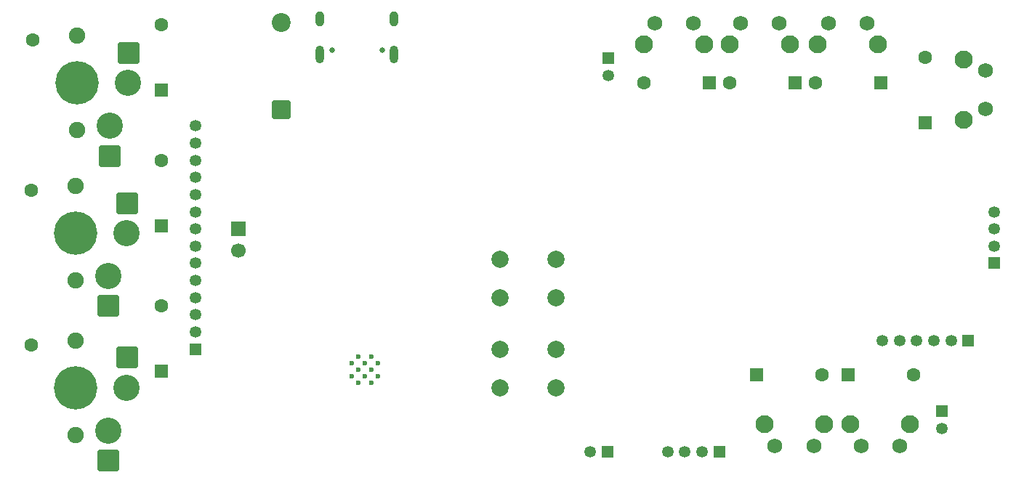
<source format=gbr>
%TF.GenerationSoftware,KiCad,Pcbnew,9.0.6*%
%TF.CreationDate,2025-12-14T23:53:19+07:00*%
%TF.ProjectId,audio_player,61756469-6f5f-4706-9c61-7965722e6b69,rev?*%
%TF.SameCoordinates,Original*%
%TF.FileFunction,Soldermask,Bot*%
%TF.FilePolarity,Negative*%
%FSLAX46Y46*%
G04 Gerber Fmt 4.6, Leading zero omitted, Abs format (unit mm)*
G04 Created by KiCad (PCBNEW 9.0.6) date 2025-12-14 23:53:19*
%MOMM*%
%LPD*%
G01*
G04 APERTURE LIST*
G04 Aperture macros list*
%AMRoundRect*
0 Rectangle with rounded corners*
0 $1 Rounding radius*
0 $2 $3 $4 $5 $6 $7 $8 $9 X,Y pos of 4 corners*
0 Add a 4 corners polygon primitive as box body*
4,1,4,$2,$3,$4,$5,$6,$7,$8,$9,$2,$3,0*
0 Add four circle primitives for the rounded corners*
1,1,$1+$1,$2,$3*
1,1,$1+$1,$4,$5*
1,1,$1+$1,$6,$7*
1,1,$1+$1,$8,$9*
0 Add four rect primitives between the rounded corners*
20,1,$1+$1,$2,$3,$4,$5,0*
20,1,$1+$1,$4,$5,$6,$7,0*
20,1,$1+$1,$6,$7,$8,$9,0*
20,1,$1+$1,$8,$9,$2,$3,0*%
G04 Aperture macros list end*
%ADD10C,1.900000*%
%ADD11C,1.600000*%
%ADD12C,3.050000*%
%ADD13C,5.050000*%
%ADD14RoundRect,0.250000X-1.000000X1.025000X-1.000000X-1.025000X1.000000X-1.025000X1.000000X1.025000X0*%
%ADD15C,2.100000*%
%ADD16C,1.750000*%
%ADD17RoundRect,0.250000X-0.550000X-0.550000X0.550000X-0.550000X0.550000X0.550000X-0.550000X0.550000X0*%
%ADD18RoundRect,0.250000X0.550000X0.550000X-0.550000X0.550000X-0.550000X-0.550000X0.550000X-0.550000X0*%
%ADD19C,2.000000*%
%ADD20C,0.600000*%
%ADD21R,1.350000X1.350000*%
%ADD22C,1.350000*%
%ADD23RoundRect,0.250000X0.550000X-0.550000X0.550000X0.550000X-0.550000X0.550000X-0.550000X-0.550000X0*%
%ADD24R,1.700000X1.700000*%
%ADD25C,1.700000*%
%ADD26C,0.650000*%
%ADD27O,1.000000X2.100000*%
%ADD28O,1.000000X1.800000*%
%ADD29RoundRect,0.249999X0.850001X-0.850001X0.850001X0.850001X-0.850001X0.850001X-0.850001X-0.850001X0*%
%ADD30C,2.200000*%
G04 APERTURE END LIST*
D10*
%TO.C,SW2*%
X102000000Y-83500000D03*
D11*
X96850000Y-84000000D03*
D12*
X107900000Y-89000000D03*
D13*
X102000000Y-89000000D03*
D12*
X105800000Y-94000000D03*
D10*
X102000000Y-94500000D03*
D14*
X108000000Y-85500000D03*
X105800000Y-97500000D03*
%TD*%
D15*
%TO.C,SW7*%
X188475000Y-66990000D03*
X195485000Y-66990000D03*
D16*
X189725000Y-64500000D03*
X194225000Y-64500000D03*
%TD*%
D15*
%TO.C,SW8*%
X178250000Y-66990000D03*
X185260000Y-66990000D03*
D16*
X179500000Y-64500000D03*
X184000000Y-64500000D03*
%TD*%
D17*
%TO.C,D4*%
X192000000Y-105500000D03*
D11*
X199620000Y-105500000D03*
%TD*%
D15*
%TO.C,SW6*%
X205510000Y-68750000D03*
X205510000Y-75760000D03*
D16*
X208000000Y-70000000D03*
X208000000Y-74500000D03*
%TD*%
D18*
%TO.C,D11*%
X175810000Y-71500000D03*
D11*
X168190000Y-71500000D03*
%TD*%
D19*
%TO.C,SW11*%
X151500000Y-92000000D03*
X158000000Y-92000000D03*
X151500000Y-96500000D03*
X158000000Y-96500000D03*
%TD*%
D20*
%TO.C,U1*%
X137225000Y-105660000D03*
X137225000Y-104160000D03*
X136475000Y-106410000D03*
X136475000Y-104910000D03*
X136475000Y-103410000D03*
X135725000Y-105660000D03*
X135725000Y-104160000D03*
X134975000Y-106410000D03*
X134975000Y-104910000D03*
X134975000Y-103410000D03*
X134225000Y-105660000D03*
X134225000Y-104160000D03*
%TD*%
D18*
%TO.C,D7*%
X195810000Y-71500000D03*
D11*
X188190000Y-71500000D03*
%TD*%
D21*
%TO.C,J6*%
X164000000Y-114500000D03*
D22*
X162000000Y-114500000D03*
%TD*%
D18*
%TO.C,D10*%
X185810000Y-71500000D03*
D11*
X178190000Y-71500000D03*
%TD*%
D23*
%TO.C,D3*%
X112000000Y-72310000D03*
D11*
X112000000Y-64690000D03*
%TD*%
D17*
%TO.C,D5*%
X181380000Y-105500000D03*
D11*
X189000000Y-105500000D03*
%TD*%
D19*
%TO.C,SW9*%
X151500000Y-102500000D03*
X158000000Y-102500000D03*
X151500000Y-107000000D03*
X158000000Y-107000000D03*
%TD*%
D23*
%TO.C,D6*%
X201000000Y-76085000D03*
D11*
X201000000Y-68465000D03*
%TD*%
D21*
%TO.C,J7*%
X177000000Y-114500000D03*
D22*
X175000000Y-114500000D03*
X173000000Y-114500000D03*
X171000000Y-114500000D03*
%TD*%
D15*
%TO.C,SW5*%
X189250000Y-111297500D03*
X182240000Y-111297500D03*
D16*
X188000000Y-113787500D03*
X183500000Y-113787500D03*
%TD*%
D21*
%TO.C,J9*%
X202946000Y-109744000D03*
D22*
X202946000Y-111744000D03*
%TD*%
D15*
%TO.C,SW4*%
X199250000Y-111297500D03*
X192240000Y-111297500D03*
D16*
X198000000Y-113787500D03*
X193500000Y-113787500D03*
%TD*%
D24*
%TO.C,J5*%
X121000000Y-88500000D03*
D25*
X121000000Y-91040000D03*
%TD*%
D10*
%TO.C,SW1*%
X102000000Y-101500000D03*
D11*
X96850000Y-102000000D03*
D12*
X107900000Y-107000000D03*
D13*
X102000000Y-107000000D03*
D12*
X105800000Y-112000000D03*
D10*
X102000000Y-112500000D03*
D14*
X108000000Y-103500000D03*
X105800000Y-115500000D03*
%TD*%
D10*
%TO.C,SW3*%
X102200000Y-66000000D03*
D11*
X97050000Y-66500000D03*
D12*
X108100000Y-71500000D03*
D13*
X102200000Y-71500000D03*
D12*
X106000000Y-76500000D03*
D10*
X102200000Y-77000000D03*
D14*
X108200000Y-68000000D03*
X106000000Y-80000000D03*
%TD*%
D21*
%TO.C,J4*%
X206000000Y-101500000D03*
D22*
X204000000Y-101500000D03*
X202000000Y-101500000D03*
X200000000Y-101500000D03*
X198000000Y-101500000D03*
X196000000Y-101500000D03*
%TD*%
D26*
%TO.C,J1*%
X137710000Y-67680000D03*
X131930000Y-67680000D03*
D27*
X139140000Y-68180000D03*
D28*
X139140000Y-64000000D03*
D27*
X130500000Y-68180000D03*
D28*
X130500000Y-64000000D03*
%TD*%
D15*
%TO.C,SW10*%
X168250000Y-66990000D03*
X175260000Y-66990000D03*
D16*
X169500000Y-64500000D03*
X174000000Y-64500000D03*
%TD*%
D23*
%TO.C,D1*%
X112000000Y-105120000D03*
D11*
X112000000Y-97500000D03*
%TD*%
D29*
%TO.C,D12*%
X126000000Y-74580000D03*
D30*
X126000000Y-64420000D03*
%TD*%
D21*
%TO.C,J8*%
X164084000Y-68596000D03*
D22*
X164084000Y-70596000D03*
%TD*%
D23*
%TO.C,D2*%
X112000000Y-88120000D03*
D11*
X112000000Y-80500000D03*
%TD*%
D21*
%TO.C,J3*%
X209000000Y-92500000D03*
D22*
X209000000Y-90500000D03*
X209000000Y-88500000D03*
X209000000Y-86500000D03*
%TD*%
D21*
%TO.C,J2*%
X116000000Y-102500000D03*
D22*
X116000000Y-100500000D03*
X116000000Y-98500000D03*
X116000000Y-96500000D03*
X116000000Y-94500000D03*
X116000000Y-92500000D03*
X116000000Y-90500000D03*
X116000000Y-88500000D03*
X116000000Y-86500000D03*
X116000000Y-84500000D03*
X116000000Y-82500000D03*
X116000000Y-80500000D03*
X116000000Y-78500000D03*
X116000000Y-76500000D03*
%TD*%
M02*

</source>
